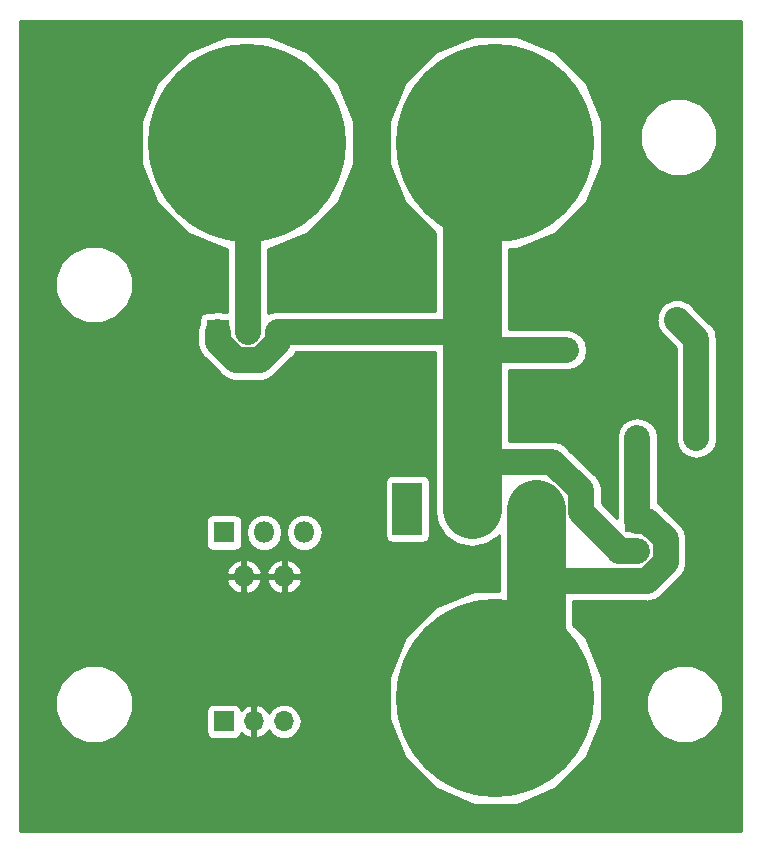
<source format=gbr>
G04 #@! TF.GenerationSoftware,KiCad,Pcbnew,(5.0.2)-1*
G04 #@! TF.CreationDate,2019-04-07T13:53:55+02:00*
G04 #@! TF.ProjectId,Carte commutation,43617274-6520-4636-9f6d-6d7574617469,rev?*
G04 #@! TF.SameCoordinates,Original*
G04 #@! TF.FileFunction,Copper,L2,Bot*
G04 #@! TF.FilePolarity,Positive*
%FSLAX46Y46*%
G04 Gerber Fmt 4.6, Leading zero omitted, Abs format (unit mm)*
G04 Created by KiCad (PCBNEW (5.0.2)-1) date 07/04/2019 13:53:55*
%MOMM*%
%LPD*%
G01*
G04 APERTURE LIST*
G04 #@! TA.AperFunction,ComponentPad*
%ADD10C,1.600000*%
G04 #@! TD*
G04 #@! TA.AperFunction,ComponentPad*
%ADD11O,1.905000X2.000000*%
G04 #@! TD*
G04 #@! TA.AperFunction,ComponentPad*
%ADD12R,1.905000X2.000000*%
G04 #@! TD*
G04 #@! TA.AperFunction,ComponentPad*
%ADD13R,2.000000X1.905000*%
G04 #@! TD*
G04 #@! TA.AperFunction,ComponentPad*
%ADD14O,2.000000X1.905000*%
G04 #@! TD*
G04 #@! TA.AperFunction,ComponentPad*
%ADD15C,16.800000*%
G04 #@! TD*
G04 #@! TA.AperFunction,ComponentPad*
%ADD16C,1.100000*%
G04 #@! TD*
G04 #@! TA.AperFunction,ComponentPad*
%ADD17R,1.800000X1.800000*%
G04 #@! TD*
G04 #@! TA.AperFunction,ComponentPad*
%ADD18O,1.800000X1.800000*%
G04 #@! TD*
G04 #@! TA.AperFunction,ComponentPad*
%ADD19R,1.700000X1.700000*%
G04 #@! TD*
G04 #@! TA.AperFunction,ComponentPad*
%ADD20O,1.700000X1.700000*%
G04 #@! TD*
G04 #@! TA.AperFunction,ComponentPad*
%ADD21R,2.500000X4.500000*%
G04 #@! TD*
G04 #@! TA.AperFunction,ComponentPad*
%ADD22O,2.500000X4.500000*%
G04 #@! TD*
G04 #@! TA.AperFunction,ViaPad*
%ADD23C,2.200000*%
G04 #@! TD*
G04 #@! TA.AperFunction,ViaPad*
%ADD24C,1.000000*%
G04 #@! TD*
G04 #@! TA.AperFunction,Conductor*
%ADD25C,2.200000*%
G04 #@! TD*
G04 #@! TA.AperFunction,Conductor*
%ADD26C,5.000000*%
G04 #@! TD*
G04 #@! TA.AperFunction,Conductor*
%ADD27C,0.254000*%
G04 #@! TD*
G04 APERTURE END LIST*
D10*
G04 #@! TO.P,C0,1*
G04 #@! TO.N,Net-(C0-Pad1)*
X70500000Y-53500000D03*
G04 #@! TO.P,C0,2*
G04 #@! TO.N,Net-(C0-Pad2)*
X65500000Y-53500000D03*
G04 #@! TD*
D11*
G04 #@! TO.P,D0,3*
G04 #@! TO.N,Net-(D0-Pad1)*
X35080000Y-44500000D03*
G04 #@! TO.P,D0,2*
G04 #@! TO.N,Net-(D0-Pad2)*
X32540000Y-44500000D03*
D12*
G04 #@! TO.P,D0,1*
G04 #@! TO.N,Net-(D0-Pad1)*
X30000000Y-44500000D03*
G04 #@! TD*
D13*
G04 #@! TO.P,D1,1*
G04 #@! TO.N,Net-(C0-Pad2)*
X65500000Y-60500000D03*
D14*
G04 #@! TO.P,D1,2*
G04 #@! TO.N,Net-(D0-Pad1)*
X65500000Y-63040000D03*
G04 #@! TO.P,D1,3*
G04 #@! TO.N,Net-(C0-Pad2)*
X65500000Y-65580000D03*
G04 #@! TD*
D15*
G04 #@! TO.P,H0,1*
G04 #@! TO.N,Net-(D0-Pad2)*
X32500000Y-28500000D03*
D16*
X38800000Y-28500000D03*
X36954773Y-32954773D03*
X32500000Y-34800000D03*
X28045227Y-32954773D03*
X26200000Y-28500000D03*
X28045227Y-24045227D03*
X32500000Y-22200000D03*
X36954773Y-24045227D03*
G04 #@! TD*
G04 #@! TO.P,H1,1*
G04 #@! TO.N,Net-(D0-Pad1)*
X57954773Y-24045227D03*
X53500000Y-22200000D03*
X49045227Y-24045227D03*
X47200000Y-28500000D03*
X49045227Y-32954773D03*
X53500000Y-34800000D03*
X57954773Y-32954773D03*
X59800000Y-28500000D03*
D15*
X53500000Y-28500000D03*
G04 #@! TD*
G04 #@! TO.P,H2,1*
G04 #@! TO.N,Net-(C0-Pad2)*
X53500000Y-75500000D03*
D16*
X59800000Y-75500000D03*
X57954773Y-79954773D03*
X53500000Y-81800000D03*
X49045227Y-79954773D03*
X47200000Y-75500000D03*
X49045227Y-71045227D03*
X53500000Y-69200000D03*
X57954773Y-71045227D03*
G04 #@! TD*
D17*
G04 #@! TO.P,IC1,1*
G04 #@! TO.N,Vin*
X30500000Y-61500000D03*
D18*
G04 #@! TO.P,IC1,2*
G04 #@! TO.N,GND*
X32200000Y-65200000D03*
G04 #@! TO.P,IC1,3*
G04 #@! TO.N,+15V*
X33900000Y-61500000D03*
G04 #@! TO.P,IC1,4*
G04 #@! TO.N,GND*
X35600000Y-65200000D03*
G04 #@! TO.P,IC1,5*
G04 #@! TO.N,Net-(IC1-Pad5)*
X37300000Y-61500000D03*
G04 #@! TD*
D19*
G04 #@! TO.P,J0,1*
G04 #@! TO.N,Vin*
X30500000Y-77500000D03*
D20*
G04 #@! TO.P,J0,2*
G04 #@! TO.N,GND*
X33040000Y-77500000D03*
G04 #@! TO.P,J0,3*
G04 #@! TO.N,+15V*
X35580000Y-77500000D03*
G04 #@! TD*
D21*
G04 #@! TO.P,Q1,1*
G04 #@! TO.N,Net-(IC1-Pad5)*
X46050000Y-59500000D03*
D22*
G04 #@! TO.P,Q1,2*
G04 #@! TO.N,Net-(D0-Pad1)*
X51500000Y-59500000D03*
G04 #@! TO.P,Q1,3*
G04 #@! TO.N,Net-(C0-Pad2)*
X56950000Y-59500000D03*
G04 #@! TD*
D23*
G04 #@! TO.N,Net-(C0-Pad1)*
X68875000Y-43500000D03*
D24*
X70500000Y-47500000D03*
D23*
G04 #@! TO.N,Net-(C0-Pad2)*
X56950000Y-64500000D03*
D24*
X65500000Y-56500000D03*
D23*
G04 #@! TO.N,Net-(D0-Pad1)*
X51500000Y-38500000D03*
X51500000Y-44500000D03*
X51500000Y-49500000D03*
X51500000Y-54500000D03*
D24*
X58324025Y-55500000D03*
X60750010Y-57925985D03*
X46500000Y-44500000D03*
X43500000Y-44500000D03*
X39500000Y-44500000D03*
X33500000Y-46900010D03*
X59500000Y-46040000D03*
X56500000Y-46040000D03*
G04 #@! TO.N,Net-(D0-Pad2)*
X32540000Y-38500000D03*
X32540000Y-41500000D03*
G04 #@! TD*
D25*
G04 #@! TO.N,Net-(C0-Pad1)*
X70500000Y-45125000D02*
X68875000Y-43500000D01*
X70500000Y-53500000D02*
X70500000Y-45125000D01*
D26*
G04 #@! TO.N,Net-(C0-Pad2)*
X56950000Y-72050000D02*
X53500000Y-75500000D01*
X56950000Y-59500000D02*
X56950000Y-64500000D01*
D25*
X57870000Y-65580000D02*
X56950000Y-66500000D01*
X65500000Y-65580000D02*
X57870000Y-65580000D01*
X66354126Y-60500000D02*
X65500000Y-60500000D01*
X67900010Y-62045884D02*
X66354126Y-60500000D01*
X67900010Y-64034116D02*
X67900010Y-62045884D01*
X65500000Y-65580000D02*
X66354126Y-65580000D01*
X66354126Y-65580000D02*
X67900010Y-64034116D01*
X65500000Y-60500000D02*
X65500000Y-53500000D01*
D26*
X56950000Y-64500000D02*
X56950000Y-72050000D01*
G04 #@! TO.N,Net-(D0-Pad1)*
X51500000Y-30500000D02*
X53500000Y-28500000D01*
D25*
X35080000Y-45354126D02*
X35080000Y-44500000D01*
X33534116Y-46900010D02*
X35080000Y-45354126D01*
X31545884Y-46900010D02*
X33534116Y-46900010D01*
X30000000Y-44500000D02*
X30000000Y-45354126D01*
X30000000Y-45354126D02*
X31545884Y-46900010D01*
X35080000Y-44500000D02*
X51500000Y-44500000D01*
D26*
X51500000Y-59500000D02*
X51500000Y-54500000D01*
D25*
X65500000Y-63040000D02*
X63960000Y-63040000D01*
X58324025Y-55500000D02*
X51500000Y-55500000D01*
X60750010Y-57925985D02*
X58324025Y-55500000D01*
X60750010Y-59750010D02*
X60750010Y-57925985D01*
X63960000Y-63040000D02*
X63960000Y-62960000D01*
X63960000Y-62960000D02*
X60750010Y-59750010D01*
D26*
X51500000Y-49500000D02*
X51500000Y-30500000D01*
X51500000Y-54500000D02*
X51500000Y-49500000D01*
D25*
X53040000Y-46040000D02*
X51500000Y-44500000D01*
X59500000Y-46040000D02*
X53040000Y-46040000D01*
G04 #@! TO.N,Net-(D0-Pad2)*
X32540000Y-28540000D02*
X32500000Y-28500000D01*
X32540000Y-44500000D02*
X32540000Y-28540000D01*
G04 #@! TD*
D27*
G04 #@! TO.N,GND*
G36*
X74290001Y-86790000D02*
X13210000Y-86790000D01*
X13210000Y-75346573D01*
X16215000Y-75346573D01*
X16215000Y-76653427D01*
X16715111Y-77860803D01*
X17639197Y-78784889D01*
X18846573Y-79285000D01*
X20153427Y-79285000D01*
X21360803Y-78784889D01*
X22284889Y-77860803D01*
X22785000Y-76653427D01*
X22785000Y-76650000D01*
X29002560Y-76650000D01*
X29002560Y-78350000D01*
X29051843Y-78597765D01*
X29192191Y-78807809D01*
X29402235Y-78948157D01*
X29650000Y-78997440D01*
X31350000Y-78997440D01*
X31597765Y-78948157D01*
X31807809Y-78807809D01*
X31948157Y-78597765D01*
X31968739Y-78494292D01*
X32273076Y-78771645D01*
X32683110Y-78941476D01*
X32913000Y-78820155D01*
X32913000Y-77627000D01*
X32893000Y-77627000D01*
X32893000Y-77373000D01*
X32913000Y-77373000D01*
X32913000Y-76179845D01*
X33167000Y-76179845D01*
X33167000Y-77373000D01*
X33187000Y-77373000D01*
X33187000Y-77627000D01*
X33167000Y-77627000D01*
X33167000Y-78820155D01*
X33396890Y-78941476D01*
X33806924Y-78771645D01*
X34235183Y-78381358D01*
X34296157Y-78251522D01*
X34509375Y-78570625D01*
X35000582Y-78898839D01*
X35433744Y-78985000D01*
X35726256Y-78985000D01*
X36159418Y-78898839D01*
X36650625Y-78570625D01*
X36978839Y-78079418D01*
X37094092Y-77500000D01*
X36978839Y-76920582D01*
X36650625Y-76429375D01*
X36159418Y-76101161D01*
X35726256Y-76015000D01*
X35433744Y-76015000D01*
X35000582Y-76101161D01*
X34509375Y-76429375D01*
X34296157Y-76748478D01*
X34235183Y-76618642D01*
X33806924Y-76228355D01*
X33396890Y-76058524D01*
X33167000Y-76179845D01*
X32913000Y-76179845D01*
X32683110Y-76058524D01*
X32273076Y-76228355D01*
X31968739Y-76505708D01*
X31948157Y-76402235D01*
X31807809Y-76192191D01*
X31597765Y-76051843D01*
X31350000Y-76002560D01*
X29650000Y-76002560D01*
X29402235Y-76051843D01*
X29192191Y-76192191D01*
X29051843Y-76402235D01*
X29002560Y-76650000D01*
X22785000Y-76650000D01*
X22785000Y-75346573D01*
X22284889Y-74139197D01*
X21360803Y-73215111D01*
X20153427Y-72715000D01*
X18846573Y-72715000D01*
X17639197Y-73215111D01*
X16715111Y-74139197D01*
X16215000Y-75346573D01*
X13210000Y-75346573D01*
X13210000Y-65564740D01*
X30708964Y-65564740D01*
X30887760Y-65996417D01*
X31292424Y-66437966D01*
X31835258Y-66691046D01*
X32073000Y-66570997D01*
X32073000Y-65327000D01*
X32327000Y-65327000D01*
X32327000Y-66570997D01*
X32564742Y-66691046D01*
X33107576Y-66437966D01*
X33512240Y-65996417D01*
X33691036Y-65564740D01*
X34108964Y-65564740D01*
X34287760Y-65996417D01*
X34692424Y-66437966D01*
X35235258Y-66691046D01*
X35473000Y-66570997D01*
X35473000Y-65327000D01*
X35727000Y-65327000D01*
X35727000Y-66570997D01*
X35964742Y-66691046D01*
X36507576Y-66437966D01*
X36912240Y-65996417D01*
X37091036Y-65564740D01*
X36970378Y-65327000D01*
X35727000Y-65327000D01*
X35473000Y-65327000D01*
X34229622Y-65327000D01*
X34108964Y-65564740D01*
X33691036Y-65564740D01*
X33570378Y-65327000D01*
X32327000Y-65327000D01*
X32073000Y-65327000D01*
X30829622Y-65327000D01*
X30708964Y-65564740D01*
X13210000Y-65564740D01*
X13210000Y-64835260D01*
X30708964Y-64835260D01*
X30829622Y-65073000D01*
X32073000Y-65073000D01*
X32073000Y-63829003D01*
X32327000Y-63829003D01*
X32327000Y-65073000D01*
X33570378Y-65073000D01*
X33691036Y-64835260D01*
X34108964Y-64835260D01*
X34229622Y-65073000D01*
X35473000Y-65073000D01*
X35473000Y-63829003D01*
X35727000Y-63829003D01*
X35727000Y-65073000D01*
X36970378Y-65073000D01*
X37091036Y-64835260D01*
X36912240Y-64403583D01*
X36507576Y-63962034D01*
X35964742Y-63708954D01*
X35727000Y-63829003D01*
X35473000Y-63829003D01*
X35235258Y-63708954D01*
X34692424Y-63962034D01*
X34287760Y-64403583D01*
X34108964Y-64835260D01*
X33691036Y-64835260D01*
X33512240Y-64403583D01*
X33107576Y-63962034D01*
X32564742Y-63708954D01*
X32327000Y-63829003D01*
X32073000Y-63829003D01*
X31835258Y-63708954D01*
X31292424Y-63962034D01*
X30887760Y-64403583D01*
X30708964Y-64835260D01*
X13210000Y-64835260D01*
X13210000Y-60600000D01*
X28952560Y-60600000D01*
X28952560Y-62400000D01*
X29001843Y-62647765D01*
X29142191Y-62857809D01*
X29352235Y-62998157D01*
X29600000Y-63047440D01*
X31400000Y-63047440D01*
X31647765Y-62998157D01*
X31857809Y-62857809D01*
X31998157Y-62647765D01*
X32047440Y-62400000D01*
X32047440Y-61500000D01*
X32334928Y-61500000D01*
X32454062Y-62098927D01*
X32793327Y-62606673D01*
X33301073Y-62945938D01*
X33748818Y-63035000D01*
X34051182Y-63035000D01*
X34498927Y-62945938D01*
X35006673Y-62606673D01*
X35345938Y-62098927D01*
X35465072Y-61500000D01*
X35734928Y-61500000D01*
X35854062Y-62098927D01*
X36193327Y-62606673D01*
X36701073Y-62945938D01*
X37148818Y-63035000D01*
X37451182Y-63035000D01*
X37898927Y-62945938D01*
X38406673Y-62606673D01*
X38745938Y-62098927D01*
X38865072Y-61500000D01*
X38745938Y-60901073D01*
X38406673Y-60393327D01*
X37898927Y-60054062D01*
X37451182Y-59965000D01*
X37148818Y-59965000D01*
X36701073Y-60054062D01*
X36193327Y-60393327D01*
X35854062Y-60901073D01*
X35734928Y-61500000D01*
X35465072Y-61500000D01*
X35345938Y-60901073D01*
X35006673Y-60393327D01*
X34498927Y-60054062D01*
X34051182Y-59965000D01*
X33748818Y-59965000D01*
X33301073Y-60054062D01*
X32793327Y-60393327D01*
X32454062Y-60901073D01*
X32334928Y-61500000D01*
X32047440Y-61500000D01*
X32047440Y-60600000D01*
X31998157Y-60352235D01*
X31857809Y-60142191D01*
X31647765Y-60001843D01*
X31400000Y-59952560D01*
X29600000Y-59952560D01*
X29352235Y-60001843D01*
X29142191Y-60142191D01*
X29001843Y-60352235D01*
X28952560Y-60600000D01*
X13210000Y-60600000D01*
X13210000Y-57250000D01*
X44152560Y-57250000D01*
X44152560Y-61750000D01*
X44201843Y-61997765D01*
X44342191Y-62207809D01*
X44552235Y-62348157D01*
X44800000Y-62397440D01*
X47300000Y-62397440D01*
X47547765Y-62348157D01*
X47757809Y-62207809D01*
X47898157Y-61997765D01*
X47947440Y-61750000D01*
X47947440Y-57250000D01*
X47898157Y-57002235D01*
X47757809Y-56792191D01*
X47547765Y-56651843D01*
X47300000Y-56602560D01*
X44800000Y-56602560D01*
X44552235Y-56651843D01*
X44342191Y-56792191D01*
X44201843Y-57002235D01*
X44152560Y-57250000D01*
X13210000Y-57250000D01*
X13210000Y-39846573D01*
X16215000Y-39846573D01*
X16215000Y-41153427D01*
X16715111Y-42360803D01*
X17639197Y-43284889D01*
X18846573Y-43785000D01*
X20153427Y-43785000D01*
X21360803Y-43284889D01*
X22284889Y-42360803D01*
X22785000Y-41153427D01*
X22785000Y-39846573D01*
X22284889Y-38639197D01*
X21360803Y-37715111D01*
X20153427Y-37215000D01*
X18846573Y-37215000D01*
X17639197Y-37715111D01*
X16715111Y-38639197D01*
X16215000Y-39846573D01*
X13210000Y-39846573D01*
X13210000Y-26702827D01*
X23465000Y-26702827D01*
X23465000Y-30297173D01*
X24840497Y-33617916D01*
X27382084Y-36159503D01*
X30702827Y-37535000D01*
X30805000Y-37535000D01*
X30805000Y-42852560D01*
X30611074Y-42852560D01*
X30000000Y-42731010D01*
X29388925Y-42852560D01*
X29047500Y-42852560D01*
X28799735Y-42901843D01*
X28589691Y-43042191D01*
X28449343Y-43252235D01*
X28400060Y-43500000D01*
X28400060Y-43771564D01*
X28365666Y-43823038D01*
X28265000Y-44329121D01*
X28265000Y-45183248D01*
X28231010Y-45354126D01*
X28265000Y-45525004D01*
X28265000Y-45525006D01*
X28365666Y-46031089D01*
X28749136Y-46604991D01*
X28894003Y-46701788D01*
X30198222Y-48006008D01*
X30295019Y-48150875D01*
X30868921Y-48534344D01*
X31375004Y-48635010D01*
X31375005Y-48635010D01*
X31545883Y-48669000D01*
X31716762Y-48635010D01*
X33363238Y-48635010D01*
X33534116Y-48669000D01*
X33704994Y-48635010D01*
X33704996Y-48635010D01*
X34211079Y-48534344D01*
X34784981Y-48150875D01*
X34881780Y-48006005D01*
X36185998Y-46701788D01*
X36330865Y-46604991D01*
X36578085Y-46235000D01*
X48365000Y-46235000D01*
X48365000Y-49808768D01*
X48365001Y-49808772D01*
X48365000Y-54808768D01*
X48365001Y-54808772D01*
X48365000Y-59808768D01*
X48546895Y-60723215D01*
X49239791Y-61760209D01*
X50276784Y-62453105D01*
X51500000Y-62696418D01*
X52723215Y-62453105D01*
X53760209Y-61760209D01*
X53815000Y-61678208D01*
X53815001Y-64191228D01*
X53815000Y-64191232D01*
X53815000Y-66465000D01*
X51702827Y-66465000D01*
X48382084Y-67840497D01*
X45840497Y-70382084D01*
X44465000Y-73702827D01*
X44465000Y-77297173D01*
X45840497Y-80617916D01*
X48382084Y-83159503D01*
X51702827Y-84535000D01*
X55297173Y-84535000D01*
X58617916Y-83159503D01*
X61159503Y-80617916D01*
X62535000Y-77297173D01*
X62535000Y-75346573D01*
X66215000Y-75346573D01*
X66215000Y-76653427D01*
X66715111Y-77860803D01*
X67639197Y-78784889D01*
X68846573Y-79285000D01*
X70153427Y-79285000D01*
X71360803Y-78784889D01*
X72284889Y-77860803D01*
X72785000Y-76653427D01*
X72785000Y-75346573D01*
X72284889Y-74139197D01*
X71360803Y-73215111D01*
X70153427Y-72715000D01*
X68846573Y-72715000D01*
X67639197Y-73215111D01*
X66715111Y-74139197D01*
X66215000Y-75346573D01*
X62535000Y-75346573D01*
X62535000Y-73702827D01*
X61159503Y-70382084D01*
X60085000Y-69307581D01*
X60085000Y-67315000D01*
X66183248Y-67315000D01*
X66354126Y-67348990D01*
X66525004Y-67315000D01*
X66525006Y-67315000D01*
X67031089Y-67214334D01*
X67604991Y-66830865D01*
X67701790Y-66685995D01*
X69006008Y-65381778D01*
X69150875Y-65284981D01*
X69534344Y-64711079D01*
X69635010Y-64204996D01*
X69635010Y-64204995D01*
X69669000Y-64034117D01*
X69635010Y-63863238D01*
X69635010Y-62216762D01*
X69669000Y-62045883D01*
X69630832Y-61853999D01*
X69534344Y-61368921D01*
X69150875Y-60795019D01*
X69006008Y-60698222D01*
X67701790Y-59394005D01*
X67604991Y-59249135D01*
X67235000Y-59001915D01*
X67235000Y-53329120D01*
X67134334Y-52823037D01*
X66750865Y-52249135D01*
X66176963Y-51865666D01*
X65500000Y-51731010D01*
X64823038Y-51865666D01*
X64249136Y-52249135D01*
X63865667Y-52823037D01*
X63765001Y-53329120D01*
X63765000Y-60311340D01*
X62485010Y-59031351D01*
X62485010Y-58096863D01*
X62519000Y-57925985D01*
X62485010Y-57755105D01*
X62384344Y-57249022D01*
X62000875Y-56675120D01*
X61856008Y-56578323D01*
X59671689Y-54394005D01*
X59574890Y-54249135D01*
X59000988Y-53865666D01*
X58494905Y-53765000D01*
X58494903Y-53765000D01*
X58324025Y-53731010D01*
X58153147Y-53765000D01*
X54635000Y-53765000D01*
X54635000Y-47775000D01*
X59670880Y-47775000D01*
X60176963Y-47674334D01*
X60750865Y-47290865D01*
X61134334Y-46716963D01*
X61268990Y-46040000D01*
X61134334Y-45363037D01*
X60750865Y-44789135D01*
X60176963Y-44405666D01*
X59670880Y-44305000D01*
X54635000Y-44305000D01*
X54635000Y-43500000D01*
X67106010Y-43500000D01*
X67140000Y-43670878D01*
X67140000Y-43845113D01*
X67206677Y-44006087D01*
X67240667Y-44176963D01*
X67337460Y-44321824D01*
X67404138Y-44482799D01*
X67892201Y-44970862D01*
X67892204Y-44970863D01*
X68765001Y-45843661D01*
X68765000Y-53670879D01*
X68865666Y-54176962D01*
X69249135Y-54750865D01*
X69823037Y-55134334D01*
X70500000Y-55268990D01*
X71176962Y-55134334D01*
X71750865Y-54750865D01*
X72134334Y-54176963D01*
X72235000Y-53670880D01*
X72235000Y-45295878D01*
X72268990Y-45124999D01*
X72202182Y-44789135D01*
X72134334Y-44448037D01*
X71750865Y-43874135D01*
X71605998Y-43777338D01*
X70345863Y-42517204D01*
X70345862Y-42517201D01*
X69857799Y-42029138D01*
X69696824Y-41962460D01*
X69551963Y-41865667D01*
X69381087Y-41831677D01*
X69220113Y-41765000D01*
X69045878Y-41765000D01*
X68875000Y-41731010D01*
X68704122Y-41765000D01*
X68529887Y-41765000D01*
X68368913Y-41831677D01*
X68198037Y-41865667D01*
X68053177Y-41962460D01*
X67892201Y-42029138D01*
X67768995Y-42152344D01*
X67624136Y-42249136D01*
X67527344Y-42393995D01*
X67404138Y-42517201D01*
X67337460Y-42678177D01*
X67240667Y-42823037D01*
X67206677Y-42993913D01*
X67140000Y-43154887D01*
X67140000Y-43329122D01*
X67106010Y-43500000D01*
X54635000Y-43500000D01*
X54635000Y-37535000D01*
X55297173Y-37535000D01*
X58617916Y-36159503D01*
X61159503Y-33617916D01*
X62535000Y-30297173D01*
X62535000Y-27346573D01*
X65715000Y-27346573D01*
X65715000Y-28653427D01*
X66215111Y-29860803D01*
X67139197Y-30784889D01*
X68346573Y-31285000D01*
X69653427Y-31285000D01*
X70860803Y-30784889D01*
X71784889Y-29860803D01*
X72285000Y-28653427D01*
X72285000Y-27346573D01*
X71784889Y-26139197D01*
X70860803Y-25215111D01*
X69653427Y-24715000D01*
X68346573Y-24715000D01*
X67139197Y-25215111D01*
X66215111Y-26139197D01*
X65715000Y-27346573D01*
X62535000Y-27346573D01*
X62535000Y-26702827D01*
X61159503Y-23382084D01*
X58617916Y-20840497D01*
X55297173Y-19465000D01*
X51702827Y-19465000D01*
X48382084Y-20840497D01*
X45840497Y-23382084D01*
X44465000Y-26702827D01*
X44465000Y-30297173D01*
X45840497Y-33617916D01*
X48365001Y-36142420D01*
X48365000Y-42765000D01*
X35250880Y-42765000D01*
X35080000Y-42731010D01*
X34909121Y-42765000D01*
X34909120Y-42765000D01*
X34403037Y-42865666D01*
X34275000Y-42951218D01*
X34275000Y-37535000D01*
X34297173Y-37535000D01*
X37617916Y-36159503D01*
X40159503Y-33617916D01*
X41535000Y-30297173D01*
X41535000Y-26702827D01*
X40159503Y-23382084D01*
X37617916Y-20840497D01*
X34297173Y-19465000D01*
X30702827Y-19465000D01*
X27382084Y-20840497D01*
X24840497Y-23382084D01*
X23465000Y-26702827D01*
X13210000Y-26702827D01*
X13210000Y-18210000D01*
X74290000Y-18210000D01*
X74290001Y-86790000D01*
X74290001Y-86790000D01*
G37*
X74290001Y-86790000D02*
X13210000Y-86790000D01*
X13210000Y-75346573D01*
X16215000Y-75346573D01*
X16215000Y-76653427D01*
X16715111Y-77860803D01*
X17639197Y-78784889D01*
X18846573Y-79285000D01*
X20153427Y-79285000D01*
X21360803Y-78784889D01*
X22284889Y-77860803D01*
X22785000Y-76653427D01*
X22785000Y-76650000D01*
X29002560Y-76650000D01*
X29002560Y-78350000D01*
X29051843Y-78597765D01*
X29192191Y-78807809D01*
X29402235Y-78948157D01*
X29650000Y-78997440D01*
X31350000Y-78997440D01*
X31597765Y-78948157D01*
X31807809Y-78807809D01*
X31948157Y-78597765D01*
X31968739Y-78494292D01*
X32273076Y-78771645D01*
X32683110Y-78941476D01*
X32913000Y-78820155D01*
X32913000Y-77627000D01*
X32893000Y-77627000D01*
X32893000Y-77373000D01*
X32913000Y-77373000D01*
X32913000Y-76179845D01*
X33167000Y-76179845D01*
X33167000Y-77373000D01*
X33187000Y-77373000D01*
X33187000Y-77627000D01*
X33167000Y-77627000D01*
X33167000Y-78820155D01*
X33396890Y-78941476D01*
X33806924Y-78771645D01*
X34235183Y-78381358D01*
X34296157Y-78251522D01*
X34509375Y-78570625D01*
X35000582Y-78898839D01*
X35433744Y-78985000D01*
X35726256Y-78985000D01*
X36159418Y-78898839D01*
X36650625Y-78570625D01*
X36978839Y-78079418D01*
X37094092Y-77500000D01*
X36978839Y-76920582D01*
X36650625Y-76429375D01*
X36159418Y-76101161D01*
X35726256Y-76015000D01*
X35433744Y-76015000D01*
X35000582Y-76101161D01*
X34509375Y-76429375D01*
X34296157Y-76748478D01*
X34235183Y-76618642D01*
X33806924Y-76228355D01*
X33396890Y-76058524D01*
X33167000Y-76179845D01*
X32913000Y-76179845D01*
X32683110Y-76058524D01*
X32273076Y-76228355D01*
X31968739Y-76505708D01*
X31948157Y-76402235D01*
X31807809Y-76192191D01*
X31597765Y-76051843D01*
X31350000Y-76002560D01*
X29650000Y-76002560D01*
X29402235Y-76051843D01*
X29192191Y-76192191D01*
X29051843Y-76402235D01*
X29002560Y-76650000D01*
X22785000Y-76650000D01*
X22785000Y-75346573D01*
X22284889Y-74139197D01*
X21360803Y-73215111D01*
X20153427Y-72715000D01*
X18846573Y-72715000D01*
X17639197Y-73215111D01*
X16715111Y-74139197D01*
X16215000Y-75346573D01*
X13210000Y-75346573D01*
X13210000Y-65564740D01*
X30708964Y-65564740D01*
X30887760Y-65996417D01*
X31292424Y-66437966D01*
X31835258Y-66691046D01*
X32073000Y-66570997D01*
X32073000Y-65327000D01*
X32327000Y-65327000D01*
X32327000Y-66570997D01*
X32564742Y-66691046D01*
X33107576Y-66437966D01*
X33512240Y-65996417D01*
X33691036Y-65564740D01*
X34108964Y-65564740D01*
X34287760Y-65996417D01*
X34692424Y-66437966D01*
X35235258Y-66691046D01*
X35473000Y-66570997D01*
X35473000Y-65327000D01*
X35727000Y-65327000D01*
X35727000Y-66570997D01*
X35964742Y-66691046D01*
X36507576Y-66437966D01*
X36912240Y-65996417D01*
X37091036Y-65564740D01*
X36970378Y-65327000D01*
X35727000Y-65327000D01*
X35473000Y-65327000D01*
X34229622Y-65327000D01*
X34108964Y-65564740D01*
X33691036Y-65564740D01*
X33570378Y-65327000D01*
X32327000Y-65327000D01*
X32073000Y-65327000D01*
X30829622Y-65327000D01*
X30708964Y-65564740D01*
X13210000Y-65564740D01*
X13210000Y-64835260D01*
X30708964Y-64835260D01*
X30829622Y-65073000D01*
X32073000Y-65073000D01*
X32073000Y-63829003D01*
X32327000Y-63829003D01*
X32327000Y-65073000D01*
X33570378Y-65073000D01*
X33691036Y-64835260D01*
X34108964Y-64835260D01*
X34229622Y-65073000D01*
X35473000Y-65073000D01*
X35473000Y-63829003D01*
X35727000Y-63829003D01*
X35727000Y-65073000D01*
X36970378Y-65073000D01*
X37091036Y-64835260D01*
X36912240Y-64403583D01*
X36507576Y-63962034D01*
X35964742Y-63708954D01*
X35727000Y-63829003D01*
X35473000Y-63829003D01*
X35235258Y-63708954D01*
X34692424Y-63962034D01*
X34287760Y-64403583D01*
X34108964Y-64835260D01*
X33691036Y-64835260D01*
X33512240Y-64403583D01*
X33107576Y-63962034D01*
X32564742Y-63708954D01*
X32327000Y-63829003D01*
X32073000Y-63829003D01*
X31835258Y-63708954D01*
X31292424Y-63962034D01*
X30887760Y-64403583D01*
X30708964Y-64835260D01*
X13210000Y-64835260D01*
X13210000Y-60600000D01*
X28952560Y-60600000D01*
X28952560Y-62400000D01*
X29001843Y-62647765D01*
X29142191Y-62857809D01*
X29352235Y-62998157D01*
X29600000Y-63047440D01*
X31400000Y-63047440D01*
X31647765Y-62998157D01*
X31857809Y-62857809D01*
X31998157Y-62647765D01*
X32047440Y-62400000D01*
X32047440Y-61500000D01*
X32334928Y-61500000D01*
X32454062Y-62098927D01*
X32793327Y-62606673D01*
X33301073Y-62945938D01*
X33748818Y-63035000D01*
X34051182Y-63035000D01*
X34498927Y-62945938D01*
X35006673Y-62606673D01*
X35345938Y-62098927D01*
X35465072Y-61500000D01*
X35734928Y-61500000D01*
X35854062Y-62098927D01*
X36193327Y-62606673D01*
X36701073Y-62945938D01*
X37148818Y-63035000D01*
X37451182Y-63035000D01*
X37898927Y-62945938D01*
X38406673Y-62606673D01*
X38745938Y-62098927D01*
X38865072Y-61500000D01*
X38745938Y-60901073D01*
X38406673Y-60393327D01*
X37898927Y-60054062D01*
X37451182Y-59965000D01*
X37148818Y-59965000D01*
X36701073Y-60054062D01*
X36193327Y-60393327D01*
X35854062Y-60901073D01*
X35734928Y-61500000D01*
X35465072Y-61500000D01*
X35345938Y-60901073D01*
X35006673Y-60393327D01*
X34498927Y-60054062D01*
X34051182Y-59965000D01*
X33748818Y-59965000D01*
X33301073Y-60054062D01*
X32793327Y-60393327D01*
X32454062Y-60901073D01*
X32334928Y-61500000D01*
X32047440Y-61500000D01*
X32047440Y-60600000D01*
X31998157Y-60352235D01*
X31857809Y-60142191D01*
X31647765Y-60001843D01*
X31400000Y-59952560D01*
X29600000Y-59952560D01*
X29352235Y-60001843D01*
X29142191Y-60142191D01*
X29001843Y-60352235D01*
X28952560Y-60600000D01*
X13210000Y-60600000D01*
X13210000Y-57250000D01*
X44152560Y-57250000D01*
X44152560Y-61750000D01*
X44201843Y-61997765D01*
X44342191Y-62207809D01*
X44552235Y-62348157D01*
X44800000Y-62397440D01*
X47300000Y-62397440D01*
X47547765Y-62348157D01*
X47757809Y-62207809D01*
X47898157Y-61997765D01*
X47947440Y-61750000D01*
X47947440Y-57250000D01*
X47898157Y-57002235D01*
X47757809Y-56792191D01*
X47547765Y-56651843D01*
X47300000Y-56602560D01*
X44800000Y-56602560D01*
X44552235Y-56651843D01*
X44342191Y-56792191D01*
X44201843Y-57002235D01*
X44152560Y-57250000D01*
X13210000Y-57250000D01*
X13210000Y-39846573D01*
X16215000Y-39846573D01*
X16215000Y-41153427D01*
X16715111Y-42360803D01*
X17639197Y-43284889D01*
X18846573Y-43785000D01*
X20153427Y-43785000D01*
X21360803Y-43284889D01*
X22284889Y-42360803D01*
X22785000Y-41153427D01*
X22785000Y-39846573D01*
X22284889Y-38639197D01*
X21360803Y-37715111D01*
X20153427Y-37215000D01*
X18846573Y-37215000D01*
X17639197Y-37715111D01*
X16715111Y-38639197D01*
X16215000Y-39846573D01*
X13210000Y-39846573D01*
X13210000Y-26702827D01*
X23465000Y-26702827D01*
X23465000Y-30297173D01*
X24840497Y-33617916D01*
X27382084Y-36159503D01*
X30702827Y-37535000D01*
X30805000Y-37535000D01*
X30805000Y-42852560D01*
X30611074Y-42852560D01*
X30000000Y-42731010D01*
X29388925Y-42852560D01*
X29047500Y-42852560D01*
X28799735Y-42901843D01*
X28589691Y-43042191D01*
X28449343Y-43252235D01*
X28400060Y-43500000D01*
X28400060Y-43771564D01*
X28365666Y-43823038D01*
X28265000Y-44329121D01*
X28265000Y-45183248D01*
X28231010Y-45354126D01*
X28265000Y-45525004D01*
X28265000Y-45525006D01*
X28365666Y-46031089D01*
X28749136Y-46604991D01*
X28894003Y-46701788D01*
X30198222Y-48006008D01*
X30295019Y-48150875D01*
X30868921Y-48534344D01*
X31375004Y-48635010D01*
X31375005Y-48635010D01*
X31545883Y-48669000D01*
X31716762Y-48635010D01*
X33363238Y-48635010D01*
X33534116Y-48669000D01*
X33704994Y-48635010D01*
X33704996Y-48635010D01*
X34211079Y-48534344D01*
X34784981Y-48150875D01*
X34881780Y-48006005D01*
X36185998Y-46701788D01*
X36330865Y-46604991D01*
X36578085Y-46235000D01*
X48365000Y-46235000D01*
X48365000Y-49808768D01*
X48365001Y-49808772D01*
X48365000Y-54808768D01*
X48365001Y-54808772D01*
X48365000Y-59808768D01*
X48546895Y-60723215D01*
X49239791Y-61760209D01*
X50276784Y-62453105D01*
X51500000Y-62696418D01*
X52723215Y-62453105D01*
X53760209Y-61760209D01*
X53815000Y-61678208D01*
X53815001Y-64191228D01*
X53815000Y-64191232D01*
X53815000Y-66465000D01*
X51702827Y-66465000D01*
X48382084Y-67840497D01*
X45840497Y-70382084D01*
X44465000Y-73702827D01*
X44465000Y-77297173D01*
X45840497Y-80617916D01*
X48382084Y-83159503D01*
X51702827Y-84535000D01*
X55297173Y-84535000D01*
X58617916Y-83159503D01*
X61159503Y-80617916D01*
X62535000Y-77297173D01*
X62535000Y-75346573D01*
X66215000Y-75346573D01*
X66215000Y-76653427D01*
X66715111Y-77860803D01*
X67639197Y-78784889D01*
X68846573Y-79285000D01*
X70153427Y-79285000D01*
X71360803Y-78784889D01*
X72284889Y-77860803D01*
X72785000Y-76653427D01*
X72785000Y-75346573D01*
X72284889Y-74139197D01*
X71360803Y-73215111D01*
X70153427Y-72715000D01*
X68846573Y-72715000D01*
X67639197Y-73215111D01*
X66715111Y-74139197D01*
X66215000Y-75346573D01*
X62535000Y-75346573D01*
X62535000Y-73702827D01*
X61159503Y-70382084D01*
X60085000Y-69307581D01*
X60085000Y-67315000D01*
X66183248Y-67315000D01*
X66354126Y-67348990D01*
X66525004Y-67315000D01*
X66525006Y-67315000D01*
X67031089Y-67214334D01*
X67604991Y-66830865D01*
X67701790Y-66685995D01*
X69006008Y-65381778D01*
X69150875Y-65284981D01*
X69534344Y-64711079D01*
X69635010Y-64204996D01*
X69635010Y-64204995D01*
X69669000Y-64034117D01*
X69635010Y-63863238D01*
X69635010Y-62216762D01*
X69669000Y-62045883D01*
X69630832Y-61853999D01*
X69534344Y-61368921D01*
X69150875Y-60795019D01*
X69006008Y-60698222D01*
X67701790Y-59394005D01*
X67604991Y-59249135D01*
X67235000Y-59001915D01*
X67235000Y-53329120D01*
X67134334Y-52823037D01*
X66750865Y-52249135D01*
X66176963Y-51865666D01*
X65500000Y-51731010D01*
X64823038Y-51865666D01*
X64249136Y-52249135D01*
X63865667Y-52823037D01*
X63765001Y-53329120D01*
X63765000Y-60311340D01*
X62485010Y-59031351D01*
X62485010Y-58096863D01*
X62519000Y-57925985D01*
X62485010Y-57755105D01*
X62384344Y-57249022D01*
X62000875Y-56675120D01*
X61856008Y-56578323D01*
X59671689Y-54394005D01*
X59574890Y-54249135D01*
X59000988Y-53865666D01*
X58494905Y-53765000D01*
X58494903Y-53765000D01*
X58324025Y-53731010D01*
X58153147Y-53765000D01*
X54635000Y-53765000D01*
X54635000Y-47775000D01*
X59670880Y-47775000D01*
X60176963Y-47674334D01*
X60750865Y-47290865D01*
X61134334Y-46716963D01*
X61268990Y-46040000D01*
X61134334Y-45363037D01*
X60750865Y-44789135D01*
X60176963Y-44405666D01*
X59670880Y-44305000D01*
X54635000Y-44305000D01*
X54635000Y-43500000D01*
X67106010Y-43500000D01*
X67140000Y-43670878D01*
X67140000Y-43845113D01*
X67206677Y-44006087D01*
X67240667Y-44176963D01*
X67337460Y-44321824D01*
X67404138Y-44482799D01*
X67892201Y-44970862D01*
X67892204Y-44970863D01*
X68765001Y-45843661D01*
X68765000Y-53670879D01*
X68865666Y-54176962D01*
X69249135Y-54750865D01*
X69823037Y-55134334D01*
X70500000Y-55268990D01*
X71176962Y-55134334D01*
X71750865Y-54750865D01*
X72134334Y-54176963D01*
X72235000Y-53670880D01*
X72235000Y-45295878D01*
X72268990Y-45124999D01*
X72202182Y-44789135D01*
X72134334Y-44448037D01*
X71750865Y-43874135D01*
X71605998Y-43777338D01*
X70345863Y-42517204D01*
X70345862Y-42517201D01*
X69857799Y-42029138D01*
X69696824Y-41962460D01*
X69551963Y-41865667D01*
X69381087Y-41831677D01*
X69220113Y-41765000D01*
X69045878Y-41765000D01*
X68875000Y-41731010D01*
X68704122Y-41765000D01*
X68529887Y-41765000D01*
X68368913Y-41831677D01*
X68198037Y-41865667D01*
X68053177Y-41962460D01*
X67892201Y-42029138D01*
X67768995Y-42152344D01*
X67624136Y-42249136D01*
X67527344Y-42393995D01*
X67404138Y-42517201D01*
X67337460Y-42678177D01*
X67240667Y-42823037D01*
X67206677Y-42993913D01*
X67140000Y-43154887D01*
X67140000Y-43329122D01*
X67106010Y-43500000D01*
X54635000Y-43500000D01*
X54635000Y-37535000D01*
X55297173Y-37535000D01*
X58617916Y-36159503D01*
X61159503Y-33617916D01*
X62535000Y-30297173D01*
X62535000Y-27346573D01*
X65715000Y-27346573D01*
X65715000Y-28653427D01*
X66215111Y-29860803D01*
X67139197Y-30784889D01*
X68346573Y-31285000D01*
X69653427Y-31285000D01*
X70860803Y-30784889D01*
X71784889Y-29860803D01*
X72285000Y-28653427D01*
X72285000Y-27346573D01*
X71784889Y-26139197D01*
X70860803Y-25215111D01*
X69653427Y-24715000D01*
X68346573Y-24715000D01*
X67139197Y-25215111D01*
X66215111Y-26139197D01*
X65715000Y-27346573D01*
X62535000Y-27346573D01*
X62535000Y-26702827D01*
X61159503Y-23382084D01*
X58617916Y-20840497D01*
X55297173Y-19465000D01*
X51702827Y-19465000D01*
X48382084Y-20840497D01*
X45840497Y-23382084D01*
X44465000Y-26702827D01*
X44465000Y-30297173D01*
X45840497Y-33617916D01*
X48365001Y-36142420D01*
X48365000Y-42765000D01*
X35250880Y-42765000D01*
X35080000Y-42731010D01*
X34909121Y-42765000D01*
X34909120Y-42765000D01*
X34403037Y-42865666D01*
X34275000Y-42951218D01*
X34275000Y-37535000D01*
X34297173Y-37535000D01*
X37617916Y-36159503D01*
X40159503Y-33617916D01*
X41535000Y-30297173D01*
X41535000Y-26702827D01*
X40159503Y-23382084D01*
X37617916Y-20840497D01*
X34297173Y-19465000D01*
X30702827Y-19465000D01*
X27382084Y-20840497D01*
X24840497Y-23382084D01*
X23465000Y-26702827D01*
X13210000Y-26702827D01*
X13210000Y-18210000D01*
X74290000Y-18210000D01*
X74290001Y-86790000D01*
G04 #@! TD*
M02*

</source>
